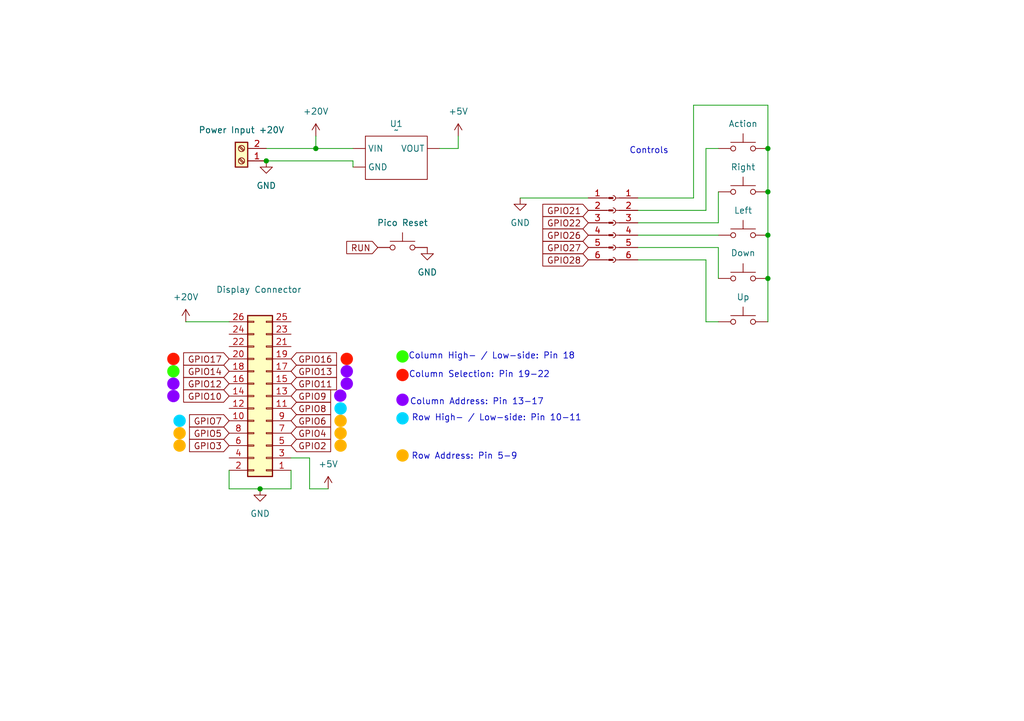
<source format=kicad_sch>
(kicad_sch (version 20231120) (generator "eeschema") (generator_version "8.0")
  (paper "A5")
  (title_block (title "Pico Flipdot Driver") (date "2025-02-03") (rev "1") (company "Anton Berneving"))
  (lib_symbols
    (symbol "Connector:Conn_01x06_Pin" (pin_names (offset 1.016) hide)
      (property "Reference" "J" (at 0 7.62 0))
      (property "Value" "Conn_01x06_Pin" (at 0 -10.16 0))
      (symbol "Conn_01x06_Pin_1_1"
        (polyline (pts (xy 1.27 -7.62) (xy 0.8636 -7.62)) (stroke (width 0.1524)))
        (polyline (pts (xy 1.27 -5.08) (xy 0.8636 -5.08)) (stroke (width 0.1524)))
        (polyline (pts (xy 1.27 -2.54) (xy 0.8636 -2.54)) (stroke (width 0.1524)))
        (polyline (pts (xy 1.27 0) (xy 0.8636 0)) (stroke (width 0.1524)))
        (polyline (pts (xy 1.27 2.54) (xy 0.8636 2.54)) (stroke (width 0.1524)))
        (polyline (pts (xy 1.27 5.08) (xy 0.8636 5.08)) (stroke (width 0.1524)))
        (rectangle (start 0.8636 -7.493) (end 0 -7.747) (stroke (width 0.1524)) (fill (type outline)))
        (rectangle (start 0.8636 -4.953) (end 0 -5.207) (stroke (width 0.1524)) (fill (type outline)))
        (rectangle (start 0.8636 -2.413) (end 0 -2.667) (stroke (width 0.1524)) (fill (type outline)))
        (rectangle (start 0.8636 0.127) (end 0 -0.127) (stroke (width 0.1524)) (fill (type outline)))
        (rectangle (start 0.8636 2.667) (end 0 2.413) (stroke (width 0.1524)) (fill (type outline)))
        (rectangle (start 0.8636 5.207) (end 0 4.953) (stroke (width 0.1524)) (fill (type outline)))
        (pin passive line (at 5.08 5.08 180) (length 3.81) (name "Pin_1") (number "1"))
        (pin passive line (at 5.08 2.54 180) (length 3.81) (name "Pin_2") (number "2"))
        (pin passive line (at 5.08 0 180) (length 3.81) (name "Pin_3") (number "3"))
        (pin passive line (at 5.08 -2.54 180) (length 3.81) (name "Pin_4") (number "4"))
        (pin passive line (at 5.08 -5.08 180) (length 3.81) (name "Pin_5") (number "5"))
        (pin passive line (at 5.08 -7.62 180) (length 3.81) (name "Pin_6") (number "6"))
      )
    )
    (symbol "Connector:Conn_01x06_Socket" (pin_names (offset 1.016) hide)
      (property "Reference" "J" (at 0 7.62 0))
      (property "Value" "Conn_01x06_Socket" (at 0 -10.16 0))
      (symbol "Conn_01x06_Socket_1_1"
        (arc (start 0 -7.112) (mid -0.5058 -7.62) (end 0 -8.128) (stroke (width 0.1524)))
        (arc (start 0 -4.572) (mid -0.5058 -5.08) (end 0 -5.588) (stroke (width 0.1524)))
        (arc (start 0 -2.032) (mid -0.5058 -2.54) (end 0 -3.048) (stroke (width 0.1524)))
        (polyline (pts (xy -1.27 -7.62) (xy -0.508 -7.62)) (stroke (width 0.1524)))
        (polyline (pts (xy -1.27 -5.08) (xy -0.508 -5.08)) (stroke (width 0.1524)))
        (polyline (pts (xy -1.27 -2.54) (xy -0.508 -2.54)) (stroke (width 0.1524)))
        (polyline (pts (xy -1.27 0) (xy -0.508 0)) (stroke (width 0.1524)))
        (polyline (pts (xy -1.27 2.54) (xy -0.508 2.54)) (stroke (width 0.1524)))
        (polyline (pts (xy -1.27 5.08) (xy -0.508 5.08)) (stroke (width 0.1524)))
        (arc (start 0 0.508) (mid -0.5058 0) (end 0 -0.508) (stroke (width 0.1524)))
        (arc (start 0 3.048) (mid -0.5058 2.54) (end 0 2.032) (stroke (width 0.1524)))
        (arc (start 0 5.588) (mid -0.5058 5.08) (end 0 4.572) (stroke (width 0.1524)))
        (pin passive line (at -5.08 5.08 0) (length 3.81) (name "Pin_1") (number "1"))
        (pin passive line (at -5.08 2.54 0) (length 3.81) (name "Pin_2") (number "2"))
        (pin passive line (at -5.08 0 0) (length 3.81) (name "Pin_3") (number "3"))
        (pin passive line (at -5.08 -2.54 0) (length 3.81) (name "Pin_4") (number "4"))
        (pin passive line (at -5.08 -5.08 0) (length 3.81) (name "Pin_5") (number "5"))
        (pin passive line (at -5.08 -7.62 0) (length 3.81) (name "Pin_6") (number "6"))
      )
    )
    (symbol "Connector:Screw_Terminal_01x02" (pin_names (offset 1.016) hide)
      (property "Reference" "J" (at 0 2.54 0))
      (property "Value" "Screw_Terminal_01x02" (at 0 -5.08 0))
      (symbol "Screw_Terminal_01x02_1_1"
        (rectangle (start -1.27 1.27) (end 1.27 -3.81) (stroke (width 0.254)) (fill (type background)))
        (circle (center 0 -2.54) (radius 0.635) (stroke (width 0.1524)))
        (polyline (pts (xy -0.5334 -2.2098) (xy 0.3302 -3.048)) (stroke (width 0.1524)))
        (polyline (pts (xy -0.5334 0.3302) (xy 0.3302 -0.508)) (stroke (width 0.1524)))
        (polyline (pts (xy -0.3556 -2.032) (xy 0.508 -2.8702)) (stroke (width 0.1524)))
        (polyline (pts (xy -0.3556 0.508) (xy 0.508 -0.3302)) (stroke (width 0.1524)))
        (circle (center 0 0) (radius 0.635) (stroke (width 0.1524)))
        (pin passive line (at -5.08 0 0) (length 3.81) (name "Pin_1") (number "1"))
        (pin passive line (at -5.08 -2.54 0) (length 3.81) (name "Pin_2") (number "2"))
      )
    )
    (symbol "Connector_Generic:Conn_02x13_Odd_Even" (pin_names (offset 1.016) hide)
      (property "Reference" "J" (at 1.27 17.78 0))
      (property "Value" "Conn_02x13_Odd_Even" (at 1.27 -17.78 0))
      (symbol "Conn_02x13_Odd_Even_1_1"
        (rectangle (start -1.27 -15.113) (end 0 -15.367) (stroke (width 0.1524)))
        (rectangle (start -1.27 -12.573) (end 0 -12.827) (stroke (width 0.1524)))
        (rectangle (start -1.27 -10.033) (end 0 -10.287) (stroke (width 0.1524)))
        (rectangle (start -1.27 -7.493) (end 0 -7.747) (stroke (width 0.1524)))
        (rectangle (start -1.27 -4.953) (end 0 -5.207) (stroke (width 0.1524)))
        (rectangle (start -1.27 -2.413) (end 0 -2.667) (stroke (width 0.1524)))
        (rectangle (start -1.27 0.127) (end 0 -0.127) (stroke (width 0.1524)))
        (rectangle (start -1.27 2.667) (end 0 2.413) (stroke (width 0.1524)))
        (rectangle (start -1.27 5.207) (end 0 4.953) (stroke (width 0.1524)))
        (rectangle (start -1.27 7.747) (end 0 7.493) (stroke (width 0.1524)))
        (rectangle (start -1.27 10.287) (end 0 10.033) (stroke (width 0.1524)))
        (rectangle (start -1.27 12.827) (end 0 12.573) (stroke (width 0.1524)))
        (rectangle (start -1.27 15.367) (end 0 15.113) (stroke (width 0.1524)))
        (rectangle (start -1.27 16.51) (end 3.81 -16.51) (stroke (width 0.254)) (fill (type background)))
        (rectangle (start 3.81 -15.113) (end 2.54 -15.367) (stroke (width 0.1524)))
        (rectangle (start 3.81 -12.573) (end 2.54 -12.827) (stroke (width 0.1524)))
        (rectangle (start 3.81 -10.033) (end 2.54 -10.287) (stroke (width 0.1524)))
        (rectangle (start 3.81 -7.493) (end 2.54 -7.747) (stroke (width 0.1524)))
        (rectangle (start 3.81 -4.953) (end 2.54 -5.207) (stroke (width 0.1524)))
        (rectangle (start 3.81 -2.413) (end 2.54 -2.667) (stroke (width 0.1524)))
        (rectangle (start 3.81 0.127) (end 2.54 -0.127) (stroke (width 0.1524)))
        (rectangle (start 3.81 2.667) (end 2.54 2.413) (stroke (width 0.1524)))
        (rectangle (start 3.81 5.207) (end 2.54 4.953) (stroke (width 0.1524)))
        (rectangle (start 3.81 7.747) (end 2.54 7.493) (stroke (width 0.1524)))
        (rectangle (start 3.81 10.287) (end 2.54 10.033) (stroke (width 0.1524)))
        (rectangle (start 3.81 12.827) (end 2.54 12.573) (stroke (width 0.1524)))
        (rectangle (start 3.81 15.367) (end 2.54 15.113) (stroke (width 0.1524)))
        (pin passive line (at -5.08 15.24 0) (length 3.81) (name "Pin_1") (number "1"))
        (pin passive line (at 7.62 5.08 180) (length 3.81) (name "Pin_10") (number "10"))
        (pin passive line (at -5.08 2.54 0) (length 3.81) (name "Pin_11") (number "11"))
        (pin passive line (at 7.62 2.54 180) (length 3.81) (name "Pin_12") (number "12"))
        (pin passive line (at -5.08 0 0) (length 3.81) (name "Pin_13") (number "13"))
        (pin passive line (at 7.62 0 180) (length 3.81) (name "Pin_14") (number "14"))
        (pin passive line (at -5.08 -2.54 0) (length 3.81) (name "Pin_15") (number "15"))
        (pin passive line (at 7.62 -2.54 180) (length 3.81) (name "Pin_16") (number "16"))
        (pin passive line (at -5.08 -5.08 0) (length 3.81) (name "Pin_17") (number "17"))
        (pin passive line (at 7.62 -5.08 180) (length 3.81) (name "Pin_18") (number "18"))
        (pin passive line (at -5.08 -7.62 0) (length 3.81) (name "Pin_19") (number "19"))
        (pin passive line (at 7.62 15.24 180) (length 3.81) (name "Pin_2") (number "2"))
        (pin passive line (at 7.62 -7.62 180) (length 3.81) (name "Pin_20") (number "20"))
        (pin passive line (at -5.08 -10.16 0) (length 3.81) (name "Pin_21") (number "21"))
        (pin passive line (at 7.62 -10.16 180) (length 3.81) (name "Pin_22") (number "22"))
        (pin passive line (at -5.08 -12.7 0) (length 3.81) (name "Pin_23") (number "23"))
        (pin passive line (at 7.62 -12.7 180) (length 3.81) (name "Pin_24") (number "24"))
        (pin passive line (at -5.08 -15.24 0) (length 3.81) (name "Pin_25") (number "25"))
        (pin passive line (at 7.62 -15.24 180) (length 3.81) (name "Pin_26") (number "26"))
        (pin passive line (at -5.08 12.7 0) (length 3.81) (name "Pin_3") (number "3"))
        (pin passive line (at 7.62 12.7 180) (length 3.81) (name "Pin_4") (number "4"))
        (pin passive line (at -5.08 10.16 0) (length 3.81) (name "Pin_5") (number "5"))
        (pin passive line (at 7.62 10.16 180) (length 3.81) (name "Pin_6") (number "6"))
        (pin passive line (at -5.08 7.62 0) (length 3.81) (name "Pin_7") (number "7"))
        (pin passive line (at 7.62 7.62 180) (length 3.81) (name "Pin_8") (number "8"))
        (pin passive line (at -5.08 5.08 0) (length 3.81) (name "Pin_9") (number "9"))
      )
    )
    (symbol "Switch:SW_Push" (pin_numbers hide) (pin_names (offset 1.016) hide)
      (property "Reference" "SW" (at 1.27 2.54 0))
      (property "Value" "SW_Push" (at 0 -1.524 0))
      (symbol "SW_Push_0_1"
        (circle (center -2.032 0) (radius 0.508))
        (polyline (pts (xy 0 1.27) (xy 0 3.048)))
        (polyline (pts (xy 2.54 1.27) (xy -2.54 1.27)))
        (circle (center 2.032 0) (radius 0.508))
        (pin passive line (at -5.08 0 0) (length 2.54) (name "1") (number "1"))
        (pin passive line (at 5.08 0 180) (length 2.54) (name "2") (number "2"))
      )
    )
    (symbol "custom_symbols:Buck_Converter"
      (property "Reference" "U" (at 0 5.08 0))
      (symbol "Buck_Converter_0_1"
        (rectangle (start -6.35 3.81) (end 6.35 -5.08))
      )
      (symbol "Buck_Converter_1_1"
        (pin power_in line (at -8.89 -2.54 0) (length 2.54) (name "GND") (number ""))
        (pin power_in line (at -8.89 1.27 0) (length 2.54) (name "VIN") (number ""))
        (pin power_out line (at 8.89 1.27 180) (length 2.54) (name "VOUT") (number ""))
      )
    )
    (symbol "power:+24V" (power) (pin_numbers hide) (pin_names (offset 0) hide)
      (property "Value" "+24V" (at 0 3.556 0))
      (symbol "+24V_0_1"
        (polyline (pts (xy -0.762 1.27) (xy 0 2.54)))
        (polyline (pts (xy 0 0) (xy 0 2.54)))
        (polyline (pts (xy 0 2.54) (xy 0.762 1.27)))
      )
      (symbol "+24V_1_1"
        (pin power_in line (at 0 0 90) (length 0) (name "~") (number "1"))
      )
    )
    (symbol "power:+5V" (power) (pin_names (offset 0))
      (property "Value" "+5V" (at 0 3.556 0))
      (symbol "+5V_0_1"
        (polyline (pts (xy -0.762 1.27) (xy 0 2.54)))
        (polyline (pts (xy 0 0) (xy 0 2.54)))
        (polyline (pts (xy 0 2.54) (xy 0.762 1.27)))
      )
      (symbol "+5V_1_1"
        (pin power_in line (at 0 0 90) (length 0) hide (name "+5V") (number "1"))
      )
    )
    (symbol "power:GND" (power) (pin_names (offset 0))
      (property "Value" "GND" (at 0 -3.81 0))
      (symbol "GND_0_1"
        (polyline (pts (xy 0 0) (xy 0 -1.27) (xy 1.27 -1.27) (xy 0 -2.54) (xy -1.27 -1.27) (xy 0 -1.27)))
      )
      (symbol "GND_1_1"
        (pin power_in line (at 0 0 270) (length 0) hide (name "GND") (number "1"))
      )
    )
  )
  (junction (at 157.48 48.26))
  (junction (at 157.48 57.15))
  (junction (at 54.61 33.02))
  (junction (at 157.48 39.37))
  (junction (at 157.48 30.48))
  (junction (at 64.77 30.48))
  (junction (at 53.34 100.33))
  (wire (pts (xy 120.65 40.64) (xy 106.68 40.64)))
  (wire (pts (xy 144.78 66.04) (xy 144.78 53.34)))
  (wire (pts (xy 93.98 27.94) (xy 93.98 30.48)))
  (wire (pts (xy 64.77 30.48) (xy 72.39 30.48)))
  (wire (pts (xy 157.48 39.37) (xy 157.48 48.26)))
  (wire (pts (xy 157.48 48.26) (xy 157.48 57.15)))
  (wire (pts (xy 147.32 39.37) (xy 147.32 45.72)))
  (wire (pts (xy 54.61 30.48) (xy 64.77 30.48)))
  (wire (pts (xy 144.78 30.48) (xy 144.78 43.18)))
  (wire (pts (xy 38.1 66.04) (xy 46.99 66.04)))
  (wire (pts (xy 144.78 43.18) (xy 130.81 43.18)))
  (wire (pts (xy 59.69 96.52) (xy 59.69 100.33)))
  (wire (pts (xy 147.32 57.15) (xy 147.32 50.8)))
  (wire (pts (xy 63.5 93.98) (xy 63.5 100.33)))
  (wire (pts (xy 63.5 100.33) (xy 67.31 100.33)))
  (wire (pts (xy 46.99 100.33) (xy 53.34 100.33)))
  (wire (pts (xy 157.48 30.48) (xy 157.48 21.59)))
  (wire (pts (xy 72.39 34.29) (xy 72.39 33.02)))
  (wire (pts (xy 147.32 50.8) (xy 130.81 50.8)))
  (wire (pts (xy 46.99 100.33) (xy 46.99 96.52)))
  (wire (pts (xy 72.39 33.02) (xy 54.61 33.02)))
  (wire (pts (xy 90.17 30.48) (xy 93.98 30.48)))
  (wire (pts (xy 147.32 30.48) (xy 144.78 30.48)))
  (wire (pts (xy 142.24 21.59) (xy 142.24 40.64)))
  (wire (pts (xy 157.48 30.48) (xy 157.48 39.37)))
  (wire (pts (xy 147.32 45.72) (xy 130.81 45.72)))
  (wire (pts (xy 144.78 53.34) (xy 130.81 53.34)))
  (wire (pts (xy 59.69 100.33) (xy 53.34 100.33)))
  (wire (pts (xy 64.77 27.94) (xy 64.77 30.48)))
  (wire (pts (xy 157.48 57.15) (xy 157.48 66.04)))
  (wire (pts (xy 147.32 66.04) (xy 144.78 66.04)))
  (wire (pts (xy 59.69 93.98) (xy 63.5 93.98)))
  (wire (pts (xy 147.32 48.26) (xy 130.81 48.26)))
  (wire (pts (xy 157.48 21.59) (xy 142.24 21.59)))
  (wire (pts (xy 142.24 40.64) (xy 130.81 40.64)))
  (circle (center 35.56 76.2) (radius 1.27) (stroke (width -0.0001)) (fill (type color) (color 46 255 0 1)))
  (circle (center 82.55 73.152) (radius 1.27) (stroke (width -0.0001)) (fill (type color) (color 46 255 0 1)))
  (circle (center 71.12 73.66) (radius 1.27) (stroke (width -0.0001)) (fill (type color) (color 255 23 0 1)))
  (circle (center 82.55 82.042) (radius 1.27) (stroke (width -0.0001)) (fill (type color) (color 137 0 255 1)))
  (circle (center 36.83 88.9) (radius 1.27) (stroke (width -0.0001)) (fill (type color) (color 255 176 0 1)))
  (circle (center 69.85 83.82) (radius 1.27) (stroke (width -0.0001)) (fill (type color) (color 0 212 255 1)))
  (circle (center 35.56 78.74) (radius 1.27) (stroke (width -0.0001)) (fill (type color) (color 137 0 255 1)))
  (circle (center 35.56 73.66) (radius 1.27) (stroke (width -0.0001)) (fill (type color) (color 255 23 0 1)))
  (circle (center 35.56 81.28) (radius 1.27) (stroke (width -0.0001)) (fill (type color) (color 137 0 255 1)))
  (circle (center 82.55 85.852) (radius 1.27) (stroke (width -0.0001)) (fill (type color) (color 0 212 255 1)))
  (circle (center 69.85 88.9) (radius 1.27) (stroke (width -0.0001)) (fill (type color) (color 255 176 0 1)))
  (circle (center 82.55 93.472) (radius 1.27) (stroke (width -0.0001)) (fill (type color) (color 255 176 0 1)))
  (circle (center 36.83 91.44) (radius 1.27) (stroke (width -0.0001)) (fill (type color) (color 255 176 0 1)))
  (circle (center 71.12 78.74) (radius 1.27) (stroke (width -0.0001)) (fill (type color) (color 137 0 255 1)))
  (circle (center 82.55 76.962) (radius 1.27) (stroke (width -0.0001)) (fill (type color) (color 255 23 0 1)))
  (circle (center 69.85 91.44) (radius 1.27) (stroke (width -0.0001)) (fill (type color) (color 255 176 0 1)))
  (circle (center 71.12 76.2) (radius 1.27) (stroke (width -0.0001)) (fill (type color) (color 137 0 255 1)))
  (circle (center 69.85 86.36) (radius 1.27) (stroke (width -0.0001)) (fill (type color) (color 255 176 0 1)))
  (circle (center 69.7873 81.199) (radius 1.27) (stroke (width -0.0001)) (fill (type color) (color 137 0 255 1)))
  (circle (center 36.83 86.36) (radius 1.27) (stroke (width -0.0001)) (fill (type color) (color 0 212 255 1)))
  (text "Column Selection: Pin 19-22" (at 98.298 76.962 0) (effects (font (size 1.27 1.27))))
  (text "Row Address: Pin 5-9" (at 95.25 93.726 0) (effects (font (size 1.27 1.27))))
  (text "Row High- / Low-side: Pin 10-11" (at 101.854 85.852 0) (effects (font (size 1.27 1.27))))
  (text "Column High- / Low-side: Pin 18" (at 100.838 73.152 0) (effects (font (size 1.27 1.27))))
  (text "Column Address: Pin 13-17" (at 97.79 82.55 0) (effects (font (size 1.27 1.27))))
  (text "Controls" (at 137.16 31.75 0) (effects (font (size 1.27 1.27)) (justify right bottom)))
  (global_label "GPIO28" (shape input) (at 120.65 53.34 180) (property "Intersheetrefs" "${INTERSHEET_REFS}" (effects (hide yes))))
  (global_label "GPIO6" (shape input) (at 59.69 86.36 0) (property "Intersheetrefs" "${INTERSHEET_REFS}" (effects (hide yes))))
  (global_label "GPIO16" (shape input) (at 59.69 73.66 0) (property "Intersheetrefs" "${INTERSHEET_REFS}" (effects (hide yes))))
  (global_label "GPIO14" (shape input) (at 46.99 76.2 180) (property "Intersheetrefs" "${INTERSHEET_REFS}" (effects (hide yes))))
  (global_label "GPIO13" (shape input) (at 59.69 76.2 0) (property "Intersheetrefs" "${INTERSHEET_REFS}" (effects (hide yes))))
  (global_label "GPIO21" (shape input) (at 120.65 43.18 180) (property "Intersheetrefs" "${INTERSHEET_REFS}" (effects (hide yes))))
  (global_label "GPIO8" (shape input) (at 59.69 83.82 0) (property "Intersheetrefs" "${INTERSHEET_REFS}" (effects (hide yes))))
  (global_label "GPIO11" (shape input) (at 59.69 78.74 0) (property "Intersheetrefs" "${INTERSHEET_REFS}" (effects (hide yes))))
  (global_label "GPIO12" (shape input) (at 46.99 78.74 180) (property "Intersheetrefs" "${INTERSHEET_REFS}" (effects (hide yes))))
  (global_label "GPIO9" (shape input) (at 59.69 81.28 0) (property "Intersheetrefs" "${INTERSHEET_REFS}" (effects (hide yes))))
  (global_label "GPIO27" (shape input) (at 120.65 50.8 180) (property "Intersheetrefs" "${INTERSHEET_REFS}" (effects (hide yes))))
  (global_label "GPIO26" (shape input) (at 120.65 48.26 180) (property "Intersheetrefs" "${INTERSHEET_REFS}" (effects (hide yes))))
  (global_label "GPIO10" (shape input) (at 46.99 81.28 180) (property "Intersheetrefs" "${INTERSHEET_REFS}" (effects (hide yes))))
  (global_label "GPIO2" (shape input) (at 59.69 91.44 0) (property "Intersheetrefs" "${INTERSHEET_REFS}" (effects (hide yes))))
  (global_label "GPIO7" (shape input) (at 46.99 86.36 180) (property "Intersheetrefs" "${INTERSHEET_REFS}" (effects (hide yes))))
  (global_label "RUN" (shape input) (at 77.47 50.8 180) (property "Intersheetrefs" "${INTERSHEET_REFS}" (effects (hide yes))))
  (global_label "GPIO3" (shape input) (at 46.99 91.44 180) (property "Intersheetrefs" "${INTERSHEET_REFS}" (effects (hide yes))))
  (global_label "GPIO5" (shape input) (at 46.99 88.9 180) (property "Intersheetrefs" "${INTERSHEET_REFS}" (effects (hide yes))))
  (global_label "GPIO4" (shape input) (at 59.69 88.9 0) (property "Intersheetrefs" "${INTERSHEET_REFS}" (effects (hide yes))))
  (global_label "GPIO17" (shape input) (at 46.99 73.66 180) (property "Intersheetrefs" "${INTERSHEET_REFS}" (effects (hide yes))))
  (global_label "GPIO22" (shape input) (at 120.65 45.72 180) (property "Intersheetrefs" "${INTERSHEET_REFS}" (effects (hide yes))))
  (symbol (lib_id "custom_symbols:Buck_Converter") (at 81.28 31.75 0) (unit 1)
    (property "Reference" "U1" (at 81.28 25.4 0))
    (property "Value" "~" (at 81.28 26.67 0))
  )
  (symbol (lib_id "Switch:SW_Push") (at 152.4 30.48 0) (mirror y) (unit 1)
    (property "Reference" "SW2" (effects (hide yes)))
    (property "Value" "Action" (at 152.4 25.4 0))
  )
  (symbol (lib_id "power:+24V") (at 38.1 66.04 0) (mirror y) (unit 1)
    (property "Reference" "#PWR011" (effects (hide yes)))
    (property "Value" "+20V" (at 38.1 60.96 0))
    (property "Description" "Power symbol creates a global label with name \"+24V\"" (effects (hide yes)))
  )
  (symbol (lib_id "Connector_Generic:Conn_02x13_Odd_Even") (at 54.61 81.28 180) (unit 1)
    (property "Reference" "J5" (effects (hide yes)))
    (property "Value" "Display Connector" (at 53.086 59.436 0))
  )
  (symbol (lib_id "Connector:Conn_01x06_Socket") (at 125.73 45.72 0) (mirror y) (unit 1)
    (property "Reference" "J2" (effects (hide yes)))
    (property "Value" "Conn_01x06_Socket" (effects (hide yes)))
  )
  (symbol (lib_id "power:GND") (at 106.68 40.64 0) (mirror y) (unit 1)
    (property "Reference" "#PWR01" (effects (hide yes)))
    (property "Value" "GND" (at 106.68 45.72 0))
  )
  (symbol (lib_id "Connector:Conn_01x06_Pin") (at 125.73 45.72 0) (mirror y) (unit 1)
    (property "Reference" "J1" (effects (hide yes)))
    (property "Value" "Conn_01x06_Pin" (effects (hide yes)))
  )
  (symbol (lib_id "power:+24V") (at 64.77 27.94 0) (unit 1)
    (property "Reference" "#PWR05" (effects (hide yes)))
    (property "Value" "+20V" (at 64.77 22.86 0))
    (property "Description" "Power symbol creates a global label with name \"+24V\"" (effects (hide yes)))
  )
  (symbol (lib_id "Switch:SW_Push") (at 152.4 39.37 0) (mirror y) (unit 1)
    (property "Reference" "SW3" (effects (hide yes)))
    (property "Value" "Right" (at 152.4 34.29 0))
  )
  (symbol (lib_id "power:+5V") (at 67.31 100.33 0) (unit 1)
    (property "Reference" "#PWR06" (effects (hide yes)))
    (property "Value" "+5V" (at 67.31 95.25 0))
  )
  (symbol (lib_id "power:GND") (at 87.63 50.8 0) (mirror y) (unit 1)
    (property "Reference" "#PWR02" (effects (hide yes)))
    (property "Value" "GND" (at 87.63 55.88 0))
  )
  (symbol (lib_id "power:GND") (at 53.34 100.33 0) (unit 1)
    (property "Reference" "#PWR010" (effects (hide yes)))
    (property "Value" "GND" (at 53.34 105.41 0))
  )
  (symbol (lib_id "Switch:SW_Push") (at 152.4 57.15 0) (mirror y) (unit 1)
    (property "Reference" "SW4" (effects (hide yes)))
    (property "Value" "Down" (at 152.4 51.9068 0))
  )
  (symbol (lib_id "power:+5V") (at 93.98 27.94 0) (unit 1)
    (property "Reference" "#PWR04" (effects (hide yes)))
    (property "Value" "+5V" (at 93.98 22.86 0))
  )
  (symbol (lib_id "Switch:SW_Push") (at 82.55 50.8 0) (mirror y) (unit 1)
    (property "Reference" "SW5" (effects (hide yes)))
    (property "Value" "Pico Reset" (at 82.55 45.72 0))
  )
  (symbol (lib_id "Switch:SW_Push") (at 152.4 66.04 0) (mirror y) (unit 1)
    (property "Reference" "SW1" (effects (hide yes)))
    (property "Value" "Up" (at 152.4 60.96 0))
  )
  (symbol (lib_id "Switch:SW_Push") (at 152.4 48.26 0) (mirror y) (unit 1)
    (property "Reference" "SW6" (effects (hide yes)))
    (property "Value" "Left" (at 152.4 43.18 0))
  )
  (symbol (lib_id "power:GND") (at 54.61 33.02 0) (mirror y) (unit 1)
    (property "Reference" "#PWR03" (effects (hide yes)))
    (property "Value" "GND" (at 54.61 38.1 0))
  )
  (symbol (lib_id "Connector:Screw_Terminal_01x02") (at 49.53 33.02 180) (unit 1)
    (property "Reference" "J3" (effects (hide yes)))
    (property "Value" "Power Input +20V" (at 49.53 26.67 0))
  )
)
</source>
